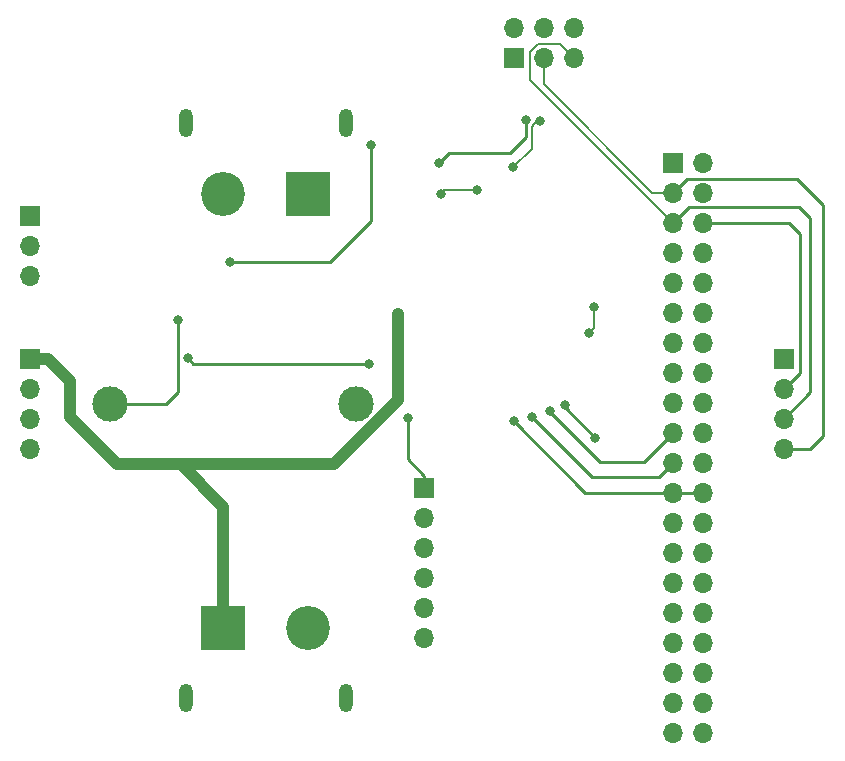
<source format=gbr>
%TF.GenerationSoftware,KiCad,Pcbnew,6.0.8-f2edbf62ab~116~ubuntu22.04.1*%
%TF.CreationDate,2022-11-02T14:53:59-04:00*%
%TF.ProjectId,Pi_HAT_V3,50695f48-4154-45f5-9633-2e6b69636164,rev?*%
%TF.SameCoordinates,Original*%
%TF.FileFunction,Copper,L1,Top*%
%TF.FilePolarity,Positive*%
%FSLAX46Y46*%
G04 Gerber Fmt 4.6, Leading zero omitted, Abs format (unit mm)*
G04 Created by KiCad (PCBNEW 6.0.8-f2edbf62ab~116~ubuntu22.04.1) date 2022-11-02 14:53:59*
%MOMM*%
%LPD*%
G01*
G04 APERTURE LIST*
%TA.AperFunction,ComponentPad*%
%ADD10R,1.700000X1.700000*%
%TD*%
%TA.AperFunction,ComponentPad*%
%ADD11O,1.700000X1.700000*%
%TD*%
%TA.AperFunction,ComponentPad*%
%ADD12R,3.716000X3.716000*%
%TD*%
%TA.AperFunction,ComponentPad*%
%ADD13C,3.716000*%
%TD*%
%TA.AperFunction,ComponentPad*%
%ADD14O,1.200000X2.400000*%
%TD*%
%TA.AperFunction,ComponentPad*%
%ADD15C,3.000000*%
%TD*%
%TA.AperFunction,ViaPad*%
%ADD16C,0.800000*%
%TD*%
%TA.AperFunction,ViaPad*%
%ADD17C,1.000000*%
%TD*%
%TA.AperFunction,Conductor*%
%ADD18C,0.250000*%
%TD*%
%TA.AperFunction,Conductor*%
%ADD19C,0.200000*%
%TD*%
%TA.AperFunction,Conductor*%
%ADD20C,1.000000*%
%TD*%
G04 APERTURE END LIST*
D10*
%TO.P,J3,1,Pin_1*%
%TO.N,/3.3V*%
X137475000Y-70525000D03*
D11*
%TO.P,J3,2,Pin_2*%
%TO.N,/5V*%
X137475000Y-67985000D03*
%TO.P,J3,3,Pin_3*%
%TO.N,/SDA*%
X140015000Y-70525000D03*
%TO.P,J3,4,Pin_4*%
%TO.N,/5V*%
X140015000Y-67985000D03*
%TO.P,J3,5,Pin_5*%
%TO.N,/SCL*%
X142555000Y-70525000D03*
%TO.P,J3,6,Pin_6*%
%TO.N,GND*%
X142555000Y-67985000D03*
%TD*%
D10*
%TO.P,J1,1,Pin_1*%
%TO.N,/3.3V*%
X129900000Y-106900000D03*
D11*
%TO.P,J1,2,Pin_2*%
%TO.N,unconnected-(J1-Pad2)*%
X129900000Y-109440000D03*
%TO.P,J1,3,Pin_3*%
%TO.N,GND*%
X129900000Y-111980000D03*
%TO.P,J1,4,Pin_4*%
%TO.N,/SCL*%
X129900000Y-114520000D03*
%TO.P,J1,5,Pin_5*%
%TO.N,/SDA*%
X129900000Y-117060000D03*
%TO.P,J1,6,Pin_6*%
%TO.N,unconnected-(J1-Pad6)*%
X129900000Y-119600000D03*
%TD*%
D10*
%TO.P,J2,1,Pin_1*%
%TO.N,/3.3V*%
X151000000Y-79400000D03*
D11*
%TO.P,J2,2,Pin_2*%
%TO.N,/5V*%
X153540000Y-79400000D03*
%TO.P,J2,3,Pin_3*%
%TO.N,/SDA*%
X151000000Y-81940000D03*
%TO.P,J2,4,Pin_4*%
%TO.N,/5V*%
X153540000Y-81940000D03*
%TO.P,J2,5,Pin_5*%
%TO.N,/SCL*%
X151000000Y-84480000D03*
%TO.P,J2,6,Pin_6*%
%TO.N,GND*%
X153540000Y-84480000D03*
%TO.P,J2,7,Pin_7*%
%TO.N,unconnected-(J2-Pad7)*%
X151000000Y-87020000D03*
%TO.P,J2,8,Pin_8*%
%TO.N,/TXP*%
X153540000Y-87020000D03*
%TO.P,J2,9,Pin_9*%
%TO.N,unconnected-(J2-Pad9)*%
X151000000Y-89560000D03*
%TO.P,J2,10,Pin_10*%
%TO.N,/RXP*%
X153540000Y-89560000D03*
%TO.P,J2,11,Pin_11*%
%TO.N,unconnected-(J2-Pad11)*%
X151000000Y-92100000D03*
%TO.P,J2,12,Pin_12*%
%TO.N,unconnected-(J2-Pad12)*%
X153540000Y-92100000D03*
%TO.P,J2,13,Pin_13*%
%TO.N,unconnected-(J2-Pad13)*%
X151000000Y-94640000D03*
%TO.P,J2,14,Pin_14*%
%TO.N,unconnected-(J2-Pad14)*%
X153540000Y-94640000D03*
%TO.P,J2,15,Pin_15*%
%TO.N,unconnected-(J2-Pad15)*%
X151000000Y-97180000D03*
%TO.P,J2,16,Pin_16*%
%TO.N,unconnected-(J2-Pad16)*%
X153540000Y-97180000D03*
%TO.P,J2,17,Pin_17*%
%TO.N,unconnected-(J2-Pad17)*%
X151000000Y-99720000D03*
%TO.P,J2,18,Pin_18*%
%TO.N,unconnected-(J2-Pad18)*%
X153540000Y-99720000D03*
%TO.P,J2,19,Pin_19*%
%TO.N,/MOSI*%
X151000000Y-102260000D03*
%TO.P,J2,20,Pin_20*%
%TO.N,unconnected-(J2-Pad20)*%
X153540000Y-102260000D03*
%TO.P,J2,21,Pin_21*%
%TO.N,/MISO*%
X151000000Y-104800000D03*
%TO.P,J2,22,Pin_22*%
%TO.N,/CS*%
X153540000Y-104800000D03*
%TO.P,J2,23,Pin_23*%
%TO.N,/SCLK*%
X151000000Y-107340000D03*
%TO.P,J2,24,Pin_24*%
X153540000Y-107340000D03*
%TO.P,J2,25,Pin_25*%
%TO.N,unconnected-(J2-Pad25)*%
X151000000Y-109880000D03*
%TO.P,J2,26,Pin_26*%
%TO.N,unconnected-(J2-Pad26)*%
X153540000Y-109880000D03*
%TO.P,J2,27,Pin_27*%
%TO.N,unconnected-(J2-Pad27)*%
X151000000Y-112420000D03*
%TO.P,J2,28,Pin_28*%
%TO.N,unconnected-(J2-Pad28)*%
X153540000Y-112420000D03*
%TO.P,J2,29,Pin_29*%
%TO.N,unconnected-(J2-Pad29)*%
X151000000Y-114960000D03*
%TO.P,J2,30,Pin_30*%
%TO.N,unconnected-(J2-Pad30)*%
X153540000Y-114960000D03*
%TO.P,J2,31,Pin_31*%
%TO.N,unconnected-(J2-Pad31)*%
X151000000Y-117500000D03*
%TO.P,J2,32,Pin_32*%
%TO.N,unconnected-(J2-Pad32)*%
X153540000Y-117500000D03*
%TO.P,J2,33,Pin_33*%
%TO.N,unconnected-(J2-Pad33)*%
X151000000Y-120040000D03*
%TO.P,J2,34,Pin_34*%
%TO.N,unconnected-(J2-Pad34)*%
X153540000Y-120040000D03*
%TO.P,J2,35,Pin_35*%
%TO.N,unconnected-(J2-Pad35)*%
X151000000Y-122580000D03*
%TO.P,J2,36,Pin_36*%
%TO.N,unconnected-(J2-Pad36)*%
X153540000Y-122580000D03*
%TO.P,J2,37,Pin_37*%
%TO.N,unconnected-(J2-Pad37)*%
X151000000Y-125120000D03*
%TO.P,J2,38,Pin_38*%
%TO.N,unconnected-(J2-Pad38)*%
X153540000Y-125120000D03*
%TO.P,J2,39,Pin_39*%
%TO.N,unconnected-(J2-Pad39)*%
X151000000Y-127660000D03*
%TO.P,J2,40,Pin_40*%
%TO.N,unconnected-(J2-Pad40)*%
X153540000Y-127660000D03*
%TD*%
D10*
%TO.P,J4,1,Pin_1*%
%TO.N,12V*%
X96550000Y-96000000D03*
D11*
%TO.P,J4,2,Pin_2*%
%TO.N,GND*%
X96550000Y-98540000D03*
%TO.P,J4,3,Pin_3*%
%TO.N,/SCL*%
X96550000Y-101080000D03*
%TO.P,J4,4,Pin_4*%
%TO.N,/SDA*%
X96550000Y-103620000D03*
%TD*%
D12*
%TO.P,J5,1,+*%
%TO.N,12V*%
X120100000Y-82000000D03*
D13*
%TO.P,J5,2,-*%
%TO.N,GND*%
X112900000Y-82000000D03*
D14*
%TO.P,J5,S1*%
%TO.N,N/C*%
X123250000Y-76000000D03*
%TO.P,J5,S2*%
X109750000Y-76000000D03*
%TD*%
D12*
%TO.P,J8,1,+*%
%TO.N,12V*%
X112900000Y-118750000D03*
D13*
%TO.P,J8,2,-*%
%TO.N,GND*%
X120100000Y-118750000D03*
D14*
%TO.P,J8,S1*%
%TO.N,N/C*%
X109750000Y-124750000D03*
%TO.P,J8,S2*%
X123250000Y-124750000D03*
%TD*%
D15*
%TO.P,L2,1,1*%
%TO.N,Net-(C5-Pad1)*%
X103300000Y-99850000D03*
%TO.P,L2,2,2*%
%TO.N,/5V*%
X124100000Y-99850000D03*
%TD*%
D10*
%TO.P,J6,1,Pin_1*%
%TO.N,12V*%
X160350000Y-96000000D03*
D11*
%TO.P,J6,2,Pin_2*%
%TO.N,GND*%
X160350000Y-98540000D03*
%TO.P,J6,3,Pin_3*%
%TO.N,/SCL*%
X160350000Y-101080000D03*
%TO.P,J6,4,Pin_4*%
%TO.N,/SDA*%
X160350000Y-103620000D03*
%TD*%
D10*
%TO.P,J7,1,Pin_1*%
%TO.N,/5V*%
X96550000Y-83875000D03*
D11*
%TO.P,J7,2,Pin_2*%
%TO.N,GND*%
X96550000Y-86415000D03*
%TO.P,J7,3,Pin_3*%
%TO.N,/PS*%
X96550000Y-88955000D03*
%TD*%
D16*
%TO.N,/PS*%
X109900000Y-95924500D03*
%TO.N,/3.3V*%
X128500000Y-101000000D03*
%TO.N,/MOSI*%
X140600000Y-100400000D03*
%TO.N,/MISO*%
X139000000Y-100900000D03*
%TO.N,/CS*%
X144400000Y-102700000D03*
X141800000Y-99900000D03*
%TO.N,GND*%
X143850000Y-93800000D03*
X131300000Y-82000000D03*
X134350000Y-81700500D03*
X144250000Y-91600000D03*
D17*
%TO.N,12V*%
X127700000Y-92200000D03*
D16*
%TO.N,Net-(C4-Pad1)*%
X139700000Y-75900000D03*
X137450000Y-79750000D03*
%TO.N,Net-(C5-Pad1)*%
X113500000Y-87800000D03*
X125400000Y-77900000D03*
X109100000Y-92700000D03*
%TO.N,Net-(R3-Pad1)*%
X131150000Y-79450000D03*
X138500000Y-75750000D03*
%TO.N,/PS*%
X125200000Y-96400000D03*
%TO.N,/SCLK*%
X137500000Y-101300000D03*
%TD*%
D18*
%TO.N,/PS*%
X125200000Y-96400000D02*
X110375500Y-96400000D01*
X110375500Y-96400000D02*
X109900000Y-95924500D01*
%TO.N,Net-(C5-Pad1)*%
X109100000Y-92700000D02*
X109100000Y-98800000D01*
X109100000Y-98800000D02*
X108050000Y-99850000D01*
X108050000Y-99850000D02*
X103300000Y-99850000D01*
%TO.N,/3.3V*%
X128500000Y-104500000D02*
X129900000Y-105900000D01*
X128500000Y-101000000D02*
X128500000Y-104500000D01*
X129900000Y-105900000D02*
X129900000Y-106900000D01*
%TO.N,/MOSI*%
X148560000Y-104700000D02*
X144800000Y-104700000D01*
X140600000Y-100500000D02*
X140600000Y-100400000D01*
X151000000Y-102260000D02*
X148560000Y-104700000D01*
X144800000Y-104700000D02*
X140600000Y-100500000D01*
%TO.N,/MISO*%
X149800000Y-106000000D02*
X144100000Y-106000000D01*
X144100000Y-106000000D02*
X139000000Y-100900000D01*
X151000000Y-104800000D02*
X149800000Y-106000000D01*
%TO.N,/CS*%
X144400000Y-102700000D02*
X141800000Y-100100000D01*
X141800000Y-100100000D02*
X141800000Y-99900000D01*
D19*
%TO.N,GND*%
X144250000Y-91600000D02*
X144250000Y-93400000D01*
X134350000Y-81700500D02*
X131599500Y-81700500D01*
D18*
X160350000Y-98540000D02*
X161700000Y-97190000D01*
X161700000Y-85400000D02*
X160780000Y-84480000D01*
X160780000Y-84480000D02*
X153540000Y-84480000D01*
X161700000Y-97190000D02*
X161700000Y-85400000D01*
D19*
X144250000Y-93400000D02*
X143850000Y-93800000D01*
X131599500Y-81700500D02*
X131300000Y-82000000D01*
D20*
%TO.N,12V*%
X99900000Y-97850000D02*
X98050000Y-96000000D01*
X122300000Y-104900000D02*
X127600000Y-99600000D01*
X127600000Y-99600000D02*
X127700000Y-99500000D01*
X112900000Y-108500000D02*
X112900000Y-118750000D01*
X103900000Y-104900000D02*
X99900000Y-100900000D01*
X99900000Y-100900000D02*
X99900000Y-97850000D01*
X109300000Y-104900000D02*
X112900000Y-108500000D01*
X109300000Y-104900000D02*
X103900000Y-104900000D01*
X109300000Y-104900000D02*
X122300000Y-104900000D01*
X127700000Y-99500000D02*
X127700000Y-92200000D01*
X98050000Y-96000000D02*
X96550000Y-96000000D01*
D18*
%TO.N,/SCL*%
X162600000Y-84100000D02*
X161614511Y-83114511D01*
X160350000Y-101080000D02*
X162600000Y-98830000D01*
D19*
X139538856Y-69375489D02*
X138865489Y-70048856D01*
X142555000Y-70525000D02*
X141405489Y-69375489D01*
D18*
X161614511Y-83114511D02*
X152365489Y-83114511D01*
X152365489Y-83114511D02*
X151000000Y-84480000D01*
D19*
X141405489Y-69375489D02*
X139538856Y-69375489D01*
D18*
X162600000Y-98830000D02*
X162600000Y-84100000D01*
D19*
X138865489Y-70048856D02*
X138865489Y-72345489D01*
X138865489Y-72345489D02*
X151000000Y-84480000D01*
%TO.N,/SDA*%
X140015000Y-70525000D02*
X140015000Y-72715000D01*
D18*
X152174511Y-80765489D02*
X151000000Y-81940000D01*
X163700000Y-83000000D02*
X161465489Y-80765489D01*
X161465489Y-80765489D02*
X152174511Y-80765489D01*
X160350000Y-103620000D02*
X162580000Y-103620000D01*
X163700000Y-102500000D02*
X163700000Y-83000000D01*
D19*
X140015000Y-72715000D02*
X149240000Y-81940000D01*
D18*
X162580000Y-103620000D02*
X163700000Y-102500000D01*
D19*
X149240000Y-81940000D02*
X151000000Y-81940000D01*
%TO.N,Net-(C4-Pad1)*%
X139250000Y-76100000D02*
X139450000Y-75900000D01*
X137450000Y-79750000D02*
X139000000Y-78200000D01*
X139000000Y-78200000D02*
X139000000Y-76350000D01*
X139450000Y-75900000D02*
X139700000Y-75900000D01*
X139000000Y-76350000D02*
X139250000Y-76100000D01*
D18*
%TO.N,Net-(C5-Pad1)*%
X125400000Y-84300000D02*
X125400000Y-77900000D01*
X121900000Y-87800000D02*
X125300000Y-84400000D01*
X113500000Y-87800000D02*
X121900000Y-87800000D01*
X125300000Y-84400000D02*
X125400000Y-84300000D01*
%TO.N,Net-(R3-Pad1)*%
X137150000Y-78550000D02*
X132050000Y-78550000D01*
X137150000Y-78550000D02*
X138500000Y-77200000D01*
X138500000Y-77200000D02*
X138500000Y-75750000D01*
X132050000Y-78550000D02*
X131150000Y-79450000D01*
%TO.N,/SCLK*%
X143540000Y-107340000D02*
X151000000Y-107340000D01*
X153540000Y-107340000D02*
X151000000Y-107340000D01*
X137500000Y-101300000D02*
X143540000Y-107340000D01*
%TD*%
M02*

</source>
